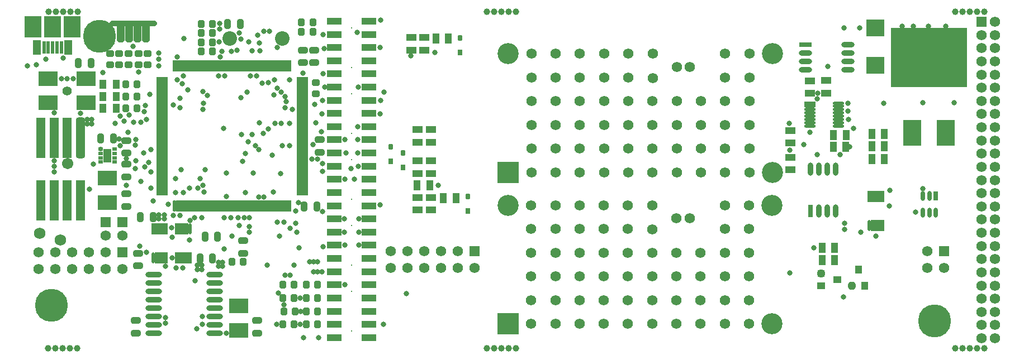
<source format=gts>
G04*
G04 #@! TF.GenerationSoftware,Altium Limited,Altium Designer,20.0.2 (26)*
G04*
G04 Layer_Color=8388736*
%FSLAX44Y44*%
%MOMM*%
G71*
G01*
G75*
%ADD60C,0.8636*%
%ADD61R,1.3000X2.2000*%
%ADD62R,1.3032X2.1032*%
%ADD63R,0.7032X0.6032*%
G04:AMPARAMS|DCode=64|XSize=0.6032mm|YSize=0.7032mm|CornerRadius=0.2016mm|HoleSize=0mm|Usage=FLASHONLY|Rotation=90.000|XOffset=0mm|YOffset=0mm|HoleType=Round|Shape=RoundedRectangle|*
%AMROUNDEDRECTD64*
21,1,0.6032,0.3000,0,0,90.0*
21,1,0.2000,0.7032,0,0,90.0*
1,1,0.4032,0.1500,0.1000*
1,1,0.4032,0.1500,-0.1000*
1,1,0.4032,-0.1500,-0.1000*
1,1,0.4032,-0.1500,0.1000*
%
%ADD64ROUNDEDRECTD64*%
%ADD65O,1.7032X0.5032*%
%ADD66R,1.7032X0.5032*%
G04:AMPARAMS|DCode=67|XSize=1.0032mm|YSize=1.5032mm|CornerRadius=0.3016mm|HoleSize=0mm|Usage=FLASHONLY|Rotation=0.000|XOffset=0mm|YOffset=0mm|HoleType=Round|Shape=RoundedRectangle|*
%AMROUNDEDRECTD67*
21,1,1.0032,0.9000,0,0,0.0*
21,1,0.4000,1.5032,0,0,0.0*
1,1,0.6032,0.2000,-0.4500*
1,1,0.6032,-0.2000,-0.4500*
1,1,0.6032,-0.2000,0.4500*
1,1,0.6032,0.2000,0.4500*
%
%ADD67ROUNDEDRECTD67*%
G04:AMPARAMS|DCode=68|XSize=1.0032mm|YSize=1.5032mm|CornerRadius=0.3016mm|HoleSize=0mm|Usage=FLASHONLY|Rotation=90.000|XOffset=0mm|YOffset=0mm|HoleType=Round|Shape=RoundedRectangle|*
%AMROUNDEDRECTD68*
21,1,1.0032,0.9000,0,0,90.0*
21,1,0.4000,1.5032,0,0,90.0*
1,1,0.6032,0.4500,0.2000*
1,1,0.6032,0.4500,-0.2000*
1,1,0.6032,-0.4500,-0.2000*
1,1,0.6032,-0.4500,0.2000*
%
%ADD68ROUNDEDRECTD68*%
G04:AMPARAMS|DCode=69|XSize=1.0032mm|YSize=1.2032mm|CornerRadius=0.3016mm|HoleSize=0mm|Usage=FLASHONLY|Rotation=90.000|XOffset=0mm|YOffset=0mm|HoleType=Round|Shape=RoundedRectangle|*
%AMROUNDEDRECTD69*
21,1,1.0032,0.6000,0,0,90.0*
21,1,0.4000,1.2032,0,0,90.0*
1,1,0.6032,0.3000,0.2000*
1,1,0.6032,0.3000,-0.2000*
1,1,0.6032,-0.3000,-0.2000*
1,1,0.6032,-0.3000,0.2000*
%
%ADD69ROUNDEDRECTD69*%
G04:AMPARAMS|DCode=70|XSize=1.0032mm|YSize=1.2032mm|CornerRadius=0.3016mm|HoleSize=0mm|Usage=FLASHONLY|Rotation=0.000|XOffset=0mm|YOffset=0mm|HoleType=Round|Shape=RoundedRectangle|*
%AMROUNDEDRECTD70*
21,1,1.0032,0.6000,0,0,0.0*
21,1,0.4000,1.2032,0,0,0.0*
1,1,0.6032,0.2000,-0.3000*
1,1,0.6032,-0.2000,-0.3000*
1,1,0.6032,-0.2000,0.3000*
1,1,0.6032,0.2000,0.3000*
%
%ADD70ROUNDEDRECTD70*%
%ADD71R,1.0922X1.4732*%
G04:AMPARAMS|DCode=72|XSize=2.7432mm|YSize=1.1176mm|CornerRadius=0mm|HoleSize=0mm|Usage=FLASHONLY|Rotation=90.000|XOffset=0mm|YOffset=0mm|HoleType=Round|Shape=Octagon|*
%AMOCTAGOND72*
4,1,8,0.2794,1.3716,-0.2794,1.3716,-0.5588,1.0922,-0.5588,-1.0922,-0.2794,-1.3716,0.2794,-1.3716,0.5588,-1.0922,0.5588,1.0922,0.2794,1.3716,0.0*
%
%ADD72OCTAGOND72*%

%ADD73R,2.6032X3.2032*%
%ADD74R,0.6032X1.9532*%
%ADD75R,3.0032X2.2032*%
%ADD76R,1.4032X6.2032*%
G04:AMPARAMS|DCode=77|XSize=6.2032mm|YSize=1.4032mm|CornerRadius=0.4016mm|HoleSize=0mm|Usage=FLASHONLY|Rotation=270.000|XOffset=0mm|YOffset=0mm|HoleType=Round|Shape=RoundedRectangle|*
%AMROUNDEDRECTD77*
21,1,6.2032,0.6000,0,0,270.0*
21,1,5.4000,1.4032,0,0,270.0*
1,1,0.8032,-0.3000,-2.7000*
1,1,0.8032,-0.3000,2.7000*
1,1,0.8032,0.3000,2.7000*
1,1,0.8032,0.3000,-2.7000*
%
%ADD77ROUNDEDRECTD77*%
%ADD78R,0.5032X1.6532*%
G04:AMPARAMS|DCode=79|XSize=0.5032mm|YSize=1.6532mm|CornerRadius=0.1766mm|HoleSize=0mm|Usage=FLASHONLY|Rotation=0.000|XOffset=0mm|YOffset=0mm|HoleType=Round|Shape=RoundedRectangle|*
%AMROUNDEDRECTD79*
21,1,0.5032,1.3000,0,0,0.0*
21,1,0.1500,1.6532,0,0,0.0*
1,1,0.3532,0.0750,-0.6500*
1,1,0.3532,-0.0750,-0.6500*
1,1,0.3532,-0.0750,0.6500*
1,1,0.3532,0.0750,0.6500*
%
%ADD79ROUNDEDRECTD79*%
%ADD80R,1.5032X1.0032*%
%ADD81R,1.0032X1.5032*%
%ADD82R,0.7032X0.9032*%
G04:AMPARAMS|DCode=83|XSize=0.9032mm|YSize=0.7032mm|CornerRadius=0.2266mm|HoleSize=0mm|Usage=FLASHONLY|Rotation=270.000|XOffset=0mm|YOffset=0mm|HoleType=Round|Shape=RoundedRectangle|*
%AMROUNDEDRECTD83*
21,1,0.9032,0.2500,0,0,270.0*
21,1,0.4500,0.7032,0,0,270.0*
1,1,0.4532,-0.1250,-0.2250*
1,1,0.4532,-0.1250,0.2250*
1,1,0.4532,0.1250,0.2250*
1,1,0.4532,0.1250,-0.2250*
%
%ADD83ROUNDEDRECTD83*%
%ADD84O,0.7112X1.4732*%
%ADD85R,0.7112X1.4732*%
%ADD86R,2.7032X2.5032*%
%ADD87R,1.9812X0.8032*%
%ADD88O,1.9812X0.8382*%
%ADD89R,11.6332X9.0932*%
%ADD90R,2.7432X4.0132*%
%ADD91O,0.8382X1.9812*%
%ADD92R,0.8032X1.9812*%
%ADD93R,1.1032X1.1532*%
%ADD94R,1.1032X1.1532*%
G04:AMPARAMS|DCode=95|XSize=1.1032mm|YSize=1.1532mm|CornerRadius=0.3266mm|HoleSize=0mm|Usage=FLASHONLY|Rotation=0.000|XOffset=0mm|YOffset=0mm|HoleType=Round|Shape=RoundedRectangle|*
%AMROUNDEDRECTD95*
21,1,1.1032,0.5000,0,0,0.0*
21,1,0.4500,1.1532,0,0,0.0*
1,1,0.6532,0.2250,-0.2500*
1,1,0.6532,-0.2250,-0.2500*
1,1,0.6532,-0.2250,0.2500*
1,1,0.6532,0.2250,0.2500*
%
%ADD95ROUNDEDRECTD95*%
%ADD96R,1.1532X1.1032*%
%ADD97R,1.1532X1.1032*%
G04:AMPARAMS|DCode=98|XSize=1.1032mm|YSize=1.1532mm|CornerRadius=0.3266mm|HoleSize=0mm|Usage=FLASHONLY|Rotation=270.000|XOffset=0mm|YOffset=0mm|HoleType=Round|Shape=RoundedRectangle|*
%AMROUNDEDRECTD98*
21,1,1.1032,0.5000,0,0,270.0*
21,1,0.4500,1.1532,0,0,270.0*
1,1,0.6532,-0.2500,-0.2250*
1,1,0.6532,-0.2500,0.2250*
1,1,0.6532,0.2500,0.2250*
1,1,0.6532,0.2500,-0.2250*
%
%ADD98ROUNDEDRECTD98*%
%ADD99O,2.5032X0.8032*%
%ADD100R,1.8032X0.5532*%
%ADD101R,0.5532X1.8032*%
%ADD102O,0.5532X1.8032*%
%ADD103R,2.3032X1.0932*%
%ADD104C,5.0000*%
%ADD105C,1.5752*%
%ADD106C,3.2032*%
%ADD107R,3.2032X3.2032*%
%ADD108C,1.5748*%
%ADD109R,1.5748X1.5748*%
%ADD110R,1.5748X1.5748*%
%ADD111C,2.2032*%
%ADD112C,0.2032*%
%ADD113C,1.7272*%
%ADD114C,1.3032*%
%ADD115C,0.8032*%
%ADD116C,1.7032*%
%ADD117C,1.4032*%
%ADD118C,1.0032*%
D60*
X1997380Y695940D02*
X2060880D01*
D61*
X1930020Y659640D02*
D03*
X1883020Y659640D02*
D03*
D62*
X1989520Y495640D02*
D03*
D63*
X2000020Y485890D02*
D03*
Y492390D02*
D03*
Y498890D02*
D03*
Y505390D02*
D03*
X1979020Y485890D02*
D03*
Y492390D02*
D03*
Y498890D02*
D03*
D64*
Y505390D02*
D03*
D65*
X3097071Y540430D02*
D03*
Y545430D02*
D03*
Y550430D02*
D03*
Y555430D02*
D03*
Y560430D02*
D03*
Y565430D02*
D03*
Y570430D02*
D03*
Y575430D02*
D03*
X3053320Y540430D02*
D03*
Y545430D02*
D03*
Y550430D02*
D03*
Y555430D02*
D03*
Y560430D02*
D03*
Y565430D02*
D03*
Y570430D02*
D03*
D66*
Y575430D02*
D03*
D67*
X2287520Y418640D02*
D03*
X2306520D02*
D03*
X2171520Y695640D02*
D03*
X2190520D02*
D03*
X1964520Y635640D02*
D03*
X1945520D02*
D03*
X1979520Y521640D02*
D03*
X1998520D02*
D03*
X2058520Y402640D02*
D03*
X2039520D02*
D03*
X2129520Y339640D02*
D03*
X2148520D02*
D03*
X2137520Y372640D02*
D03*
X2156520D02*
D03*
D68*
X2311520Y500640D02*
D03*
Y519640D02*
D03*
X2302520Y636640D02*
D03*
Y655640D02*
D03*
X2285520D02*
D03*
Y636640D02*
D03*
X2018520Y499640D02*
D03*
Y518640D02*
D03*
Y418640D02*
D03*
Y437640D02*
D03*
X2035520Y347640D02*
D03*
Y328640D02*
D03*
X2032520Y245640D02*
D03*
Y226640D02*
D03*
X2216520Y245640D02*
D03*
Y226640D02*
D03*
X2195520Y347640D02*
D03*
Y366640D02*
D03*
X2018520Y463640D02*
D03*
Y482640D02*
D03*
D69*
X2305520Y589640D02*
D03*
Y606640D02*
D03*
X2036520Y633640D02*
D03*
Y650640D02*
D03*
X2021520Y650640D02*
D03*
Y633640D02*
D03*
X2007520Y633640D02*
D03*
Y650640D02*
D03*
X1993520Y650640D02*
D03*
Y633640D02*
D03*
X2050520Y633640D02*
D03*
Y650640D02*
D03*
D70*
X2300520Y683640D02*
D03*
X2283520D02*
D03*
Y697640D02*
D03*
X2300520D02*
D03*
X2148520Y653640D02*
D03*
X2131520D02*
D03*
Y667640D02*
D03*
X2148520D02*
D03*
Y681640D02*
D03*
X2131520D02*
D03*
Y695640D02*
D03*
X2148520D02*
D03*
X2034520Y603640D02*
D03*
X2017520D02*
D03*
Y567640D02*
D03*
X2034520D02*
D03*
X2017520Y585640D02*
D03*
X2034520D02*
D03*
X2178520Y334640D02*
D03*
X2195520D02*
D03*
X2307482Y239640D02*
D03*
X2290482D02*
D03*
X2255520D02*
D03*
X2272520D02*
D03*
X2307482Y259640D02*
D03*
X2290482D02*
D03*
X2256520D02*
D03*
X2273520D02*
D03*
X2307482Y279640D02*
D03*
X2290482D02*
D03*
X2255520D02*
D03*
X2272520D02*
D03*
X2307482Y299640D02*
D03*
X2290482D02*
D03*
X2255520D02*
D03*
X2272520D02*
D03*
D71*
X2002520Y567640D02*
D03*
X1982200D02*
D03*
X2002840Y585640D02*
D03*
X1982520D02*
D03*
X2002840Y603640D02*
D03*
X1982520D02*
D03*
D72*
X2010080Y680700D02*
D03*
X2022780D02*
D03*
X2035480D02*
D03*
X2048180D02*
D03*
D73*
X1936270Y690890D02*
D03*
X1876770D02*
D03*
X1906520D02*
D03*
D74*
X1900020Y659640D02*
D03*
X1906520D02*
D03*
X1913020D02*
D03*
X1919520D02*
D03*
X1893520D02*
D03*
D75*
X1957520Y575640D02*
D03*
Y612470D02*
D03*
X1899520D02*
D03*
Y575640D02*
D03*
X1989520Y424640D02*
D03*
Y461470D02*
D03*
X2188520Y230640D02*
D03*
Y267470D02*
D03*
D76*
X1888520Y522640D02*
D03*
X1908520D02*
D03*
X1888520Y427640D02*
D03*
X1928520Y522640D02*
D03*
X1908520Y427640D02*
D03*
X1948520D02*
D03*
X1928520D02*
D03*
D77*
X1948520Y522640D02*
D03*
D78*
X2094520Y340640D02*
D03*
X2099520D02*
D03*
X2104520D02*
D03*
X2109520D02*
D03*
X2114520D02*
D03*
X2094520Y384640D02*
D03*
X2099520D02*
D03*
X2104520D02*
D03*
X2109520D02*
D03*
X2078520D02*
D03*
X2073520D02*
D03*
X2068520D02*
D03*
X2063520D02*
D03*
X2058520D02*
D03*
X2078520Y340640D02*
D03*
X2073520D02*
D03*
X2068520D02*
D03*
X2063520D02*
D03*
X3163520Y433640D02*
D03*
X3158520D02*
D03*
X3153520D02*
D03*
X3148520D02*
D03*
X3143520D02*
D03*
X3163520Y389640D02*
D03*
X3158520D02*
D03*
X3153520D02*
D03*
X3148520D02*
D03*
D79*
X2114520Y384640D02*
D03*
X2058520Y340640D02*
D03*
X3143520Y389640D02*
D03*
D80*
X2458960Y413110D02*
D03*
Y432110D02*
D03*
X2479640D02*
D03*
Y413110D02*
D03*
X2458960Y487750D02*
D03*
Y468750D02*
D03*
X2479640Y487750D02*
D03*
Y468750D02*
D03*
X2479280Y535030D02*
D03*
Y516030D02*
D03*
X2469120Y674680D02*
D03*
Y655680D02*
D03*
X2450070Y655730D02*
D03*
Y674730D02*
D03*
X3077770Y590390D02*
D03*
Y609390D02*
D03*
X3053270Y609340D02*
D03*
Y590340D02*
D03*
X3023840Y474120D02*
D03*
Y493120D02*
D03*
Y514710D02*
D03*
Y533710D02*
D03*
X2458960Y516030D02*
D03*
Y535030D02*
D03*
D81*
X2458520Y450640D02*
D03*
X2477520D02*
D03*
X3089270Y526890D02*
D03*
X3108270D02*
D03*
X3108220Y509140D02*
D03*
X3089220D02*
D03*
X3166520Y528640D02*
D03*
X3147520D02*
D03*
Y509640D02*
D03*
X3166520D02*
D03*
X3166520Y490640D02*
D03*
X3147520D02*
D03*
X2505900Y673460D02*
D03*
X2486900D02*
D03*
X2517330Y430890D02*
D03*
X2498330D02*
D03*
X3091270Y355390D02*
D03*
X3072270D02*
D03*
X3091270Y336910D02*
D03*
X3072270D02*
D03*
D82*
X2437370Y477470D02*
D03*
X2418520Y486640D02*
D03*
X2523270Y651960D02*
D03*
X2535160Y411430D02*
D03*
D83*
X2437370Y499470D02*
D03*
X2418520Y508640D02*
D03*
X2523270Y673960D02*
D03*
X2535160Y433430D02*
D03*
D84*
X3234520Y434640D02*
D03*
X3224995D02*
D03*
Y409240D02*
D03*
X3244045D02*
D03*
X3234520D02*
D03*
D85*
X3244045Y434640D02*
D03*
D86*
X3152520Y689640D02*
D03*
Y632640D02*
D03*
D87*
X3047020Y664340D02*
D03*
D88*
X3111020Y626240D02*
D03*
Y638940D02*
D03*
Y651640D02*
D03*
Y664340D02*
D03*
X3047020Y626240D02*
D03*
Y638940D02*
D03*
Y651640D02*
D03*
D89*
X3233960Y644250D02*
D03*
D90*
X3259360Y529950D02*
D03*
X3208560D02*
D03*
D91*
X3066850Y411340D02*
D03*
X3079550D02*
D03*
X3092250D02*
D03*
X3054150Y475340D02*
D03*
X3066850D02*
D03*
X3079550D02*
D03*
X3092250D02*
D03*
D92*
X3054150Y411340D02*
D03*
D93*
X3126980Y322940D02*
D03*
D94*
X3136480Y297940D02*
D03*
D95*
X3117480Y297940D02*
D03*
D96*
X3095230Y307700D02*
D03*
D97*
X3070230Y298200D02*
D03*
D98*
X3070230Y317200D02*
D03*
D99*
X2151520Y226540D02*
D03*
Y239240D02*
D03*
Y251940D02*
D03*
Y264640D02*
D03*
Y277340D02*
D03*
Y290040D02*
D03*
Y302740D02*
D03*
Y315440D02*
D03*
X2060020Y226540D02*
D03*
Y239240D02*
D03*
Y251940D02*
D03*
Y264640D02*
D03*
Y277340D02*
D03*
Y290040D02*
D03*
Y302740D02*
D03*
Y315440D02*
D03*
D100*
X2072020Y437640D02*
D03*
Y442640D02*
D03*
Y447640D02*
D03*
Y452640D02*
D03*
Y457640D02*
D03*
Y462640D02*
D03*
Y467640D02*
D03*
Y472640D02*
D03*
Y477640D02*
D03*
Y482640D02*
D03*
Y487640D02*
D03*
Y492640D02*
D03*
Y497640D02*
D03*
Y502640D02*
D03*
Y507640D02*
D03*
Y512640D02*
D03*
Y517640D02*
D03*
Y522640D02*
D03*
Y527640D02*
D03*
Y532640D02*
D03*
Y537640D02*
D03*
Y542640D02*
D03*
Y547640D02*
D03*
Y552640D02*
D03*
Y557640D02*
D03*
Y562640D02*
D03*
Y567640D02*
D03*
Y572640D02*
D03*
Y577640D02*
D03*
Y582640D02*
D03*
Y587640D02*
D03*
Y592640D02*
D03*
Y597640D02*
D03*
Y602640D02*
D03*
Y607640D02*
D03*
Y612640D02*
D03*
X2284520D02*
D03*
Y607640D02*
D03*
Y602640D02*
D03*
Y597640D02*
D03*
Y592640D02*
D03*
Y587640D02*
D03*
Y582640D02*
D03*
Y577640D02*
D03*
Y572640D02*
D03*
Y567640D02*
D03*
Y562640D02*
D03*
Y557640D02*
D03*
Y552640D02*
D03*
Y547640D02*
D03*
Y542640D02*
D03*
Y537640D02*
D03*
Y532640D02*
D03*
Y527640D02*
D03*
Y522640D02*
D03*
Y517640D02*
D03*
Y512640D02*
D03*
Y507640D02*
D03*
Y502640D02*
D03*
Y497640D02*
D03*
Y492640D02*
D03*
Y487640D02*
D03*
Y482640D02*
D03*
Y477640D02*
D03*
Y472640D02*
D03*
Y467640D02*
D03*
Y462640D02*
D03*
Y457640D02*
D03*
Y452640D02*
D03*
Y447640D02*
D03*
Y442640D02*
D03*
Y437640D02*
D03*
D101*
X2090770Y631390D02*
D03*
X2095770D02*
D03*
X2100770D02*
D03*
X2105770D02*
D03*
X2120770D02*
D03*
X2125770D02*
D03*
X2130770D02*
D03*
X2135770D02*
D03*
X2140770D02*
D03*
X2145770D02*
D03*
X2150770D02*
D03*
X2155770D02*
D03*
X2160770D02*
D03*
X2165770D02*
D03*
X2170770D02*
D03*
X2175770D02*
D03*
X2180770D02*
D03*
X2185770D02*
D03*
X2190770D02*
D03*
X2195770D02*
D03*
X2200770D02*
D03*
X2205770D02*
D03*
X2210770D02*
D03*
X2215770D02*
D03*
X2220770D02*
D03*
X2225770D02*
D03*
X2230770D02*
D03*
X2235770D02*
D03*
X2240770D02*
D03*
X2245770D02*
D03*
X2250770D02*
D03*
X2255770D02*
D03*
X2260770D02*
D03*
X2265770D02*
D03*
Y418890D02*
D03*
X2260770D02*
D03*
X2255770D02*
D03*
X2250770D02*
D03*
X2245770D02*
D03*
X2240770D02*
D03*
X2235770D02*
D03*
X2230770D02*
D03*
X2225770D02*
D03*
X2220770D02*
D03*
X2215770D02*
D03*
X2210770D02*
D03*
X2205770D02*
D03*
X2200770D02*
D03*
X2195770D02*
D03*
X2190770D02*
D03*
X2185770D02*
D03*
X2180770D02*
D03*
X2175770D02*
D03*
X2170770D02*
D03*
X2165770D02*
D03*
X2160770D02*
D03*
X2155770D02*
D03*
X2150770D02*
D03*
X2145770D02*
D03*
X2140770D02*
D03*
X2135770D02*
D03*
X2130770D02*
D03*
X2125770D02*
D03*
X2120770D02*
D03*
X2115770D02*
D03*
X2110770D02*
D03*
X2105770D02*
D03*
X2100770D02*
D03*
X2095770D02*
D03*
X2115770Y631390D02*
D03*
X2110770D02*
D03*
D102*
X2090770Y418890D02*
D03*
D103*
X2386020Y239640D02*
D03*
Y219640D02*
D03*
Y259640D02*
D03*
Y279640D02*
D03*
Y359640D02*
D03*
Y339640D02*
D03*
Y299640D02*
D03*
Y319640D02*
D03*
Y399640D02*
D03*
Y379640D02*
D03*
X2333020D02*
D03*
Y399640D02*
D03*
Y339640D02*
D03*
Y299640D02*
D03*
Y319640D02*
D03*
Y359640D02*
D03*
Y279640D02*
D03*
Y239640D02*
D03*
Y219640D02*
D03*
Y259640D02*
D03*
X2386020Y539640D02*
D03*
Y519640D02*
D03*
Y559640D02*
D03*
Y579640D02*
D03*
Y659640D02*
D03*
Y639640D02*
D03*
Y599640D02*
D03*
Y619640D02*
D03*
Y699640D02*
D03*
Y679640D02*
D03*
X2333020D02*
D03*
Y699640D02*
D03*
Y639640D02*
D03*
Y599640D02*
D03*
Y619640D02*
D03*
Y659640D02*
D03*
Y579640D02*
D03*
Y539640D02*
D03*
Y519640D02*
D03*
Y559640D02*
D03*
X2386014Y459640D02*
D03*
Y439640D02*
D03*
Y419640D02*
D03*
Y499640D02*
D03*
Y479640D02*
D03*
X2333014D02*
D03*
Y499640D02*
D03*
Y439640D02*
D03*
Y419640D02*
D03*
Y459640D02*
D03*
D104*
X1977520Y676640D02*
D03*
X1904520Y268640D02*
D03*
X3242520Y244640D02*
D03*
D105*
X2815463Y650260D02*
D03*
Y613260D02*
D03*
X2871797Y630260D02*
D03*
X2961797Y614260D02*
D03*
Y578260D02*
D03*
Y542260D02*
D03*
Y506260D02*
D03*
X2925130Y614260D02*
D03*
Y578260D02*
D03*
Y542260D02*
D03*
Y506260D02*
D03*
X2888463Y578260D02*
D03*
Y542260D02*
D03*
Y506260D02*
D03*
X2851797Y578260D02*
D03*
Y542260D02*
D03*
Y506260D02*
D03*
X2815130Y578260D02*
D03*
Y542260D02*
D03*
Y506260D02*
D03*
X2778463Y614260D02*
D03*
Y578260D02*
D03*
Y542260D02*
D03*
Y506260D02*
D03*
X2741797Y614260D02*
D03*
Y578260D02*
D03*
Y542260D02*
D03*
Y506260D02*
D03*
X2705130Y614260D02*
D03*
Y578260D02*
D03*
Y542260D02*
D03*
Y506260D02*
D03*
X2668463Y614260D02*
D03*
Y578260D02*
D03*
Y542260D02*
D03*
Y506260D02*
D03*
X2631797D02*
D03*
Y542260D02*
D03*
Y578260D02*
D03*
Y614260D02*
D03*
Y470260D02*
D03*
X2705130D02*
D03*
X2741797D02*
D03*
X2778463D02*
D03*
X2815130D02*
D03*
X2851797D02*
D03*
X2888463D02*
D03*
X2925130D02*
D03*
X2961797D02*
D03*
X2668463D02*
D03*
Y650260D02*
D03*
X2961797D02*
D03*
X2925130D02*
D03*
X2778463D02*
D03*
X2741797D02*
D03*
X2705130D02*
D03*
X2631797D02*
D03*
X2851797Y630260D02*
D03*
X2851306Y400340D02*
D03*
X2631307Y420340D02*
D03*
X2704640D02*
D03*
X2741306D02*
D03*
X2777973D02*
D03*
X2924640D02*
D03*
X2961306D02*
D03*
X2667973D02*
D03*
Y240340D02*
D03*
X2961306D02*
D03*
X2924640D02*
D03*
X2887973D02*
D03*
X2851306D02*
D03*
X2814640D02*
D03*
X2777973D02*
D03*
X2741306D02*
D03*
X2704640D02*
D03*
X2631307D02*
D03*
Y384340D02*
D03*
Y348340D02*
D03*
Y312340D02*
D03*
Y276340D02*
D03*
X2667973D02*
D03*
Y312340D02*
D03*
Y348340D02*
D03*
Y384340D02*
D03*
X2704640Y276340D02*
D03*
Y312340D02*
D03*
Y348340D02*
D03*
Y384340D02*
D03*
X2741306Y276340D02*
D03*
Y312340D02*
D03*
Y348340D02*
D03*
Y384340D02*
D03*
X2777973Y276340D02*
D03*
Y312340D02*
D03*
Y348340D02*
D03*
Y384340D02*
D03*
X2814640Y276340D02*
D03*
Y312340D02*
D03*
Y348340D02*
D03*
X2851306Y276340D02*
D03*
Y312340D02*
D03*
Y348340D02*
D03*
X2887973Y276340D02*
D03*
Y312340D02*
D03*
Y348340D02*
D03*
X2924640Y276340D02*
D03*
Y312340D02*
D03*
Y348340D02*
D03*
Y384340D02*
D03*
X2961306Y276340D02*
D03*
Y312340D02*
D03*
Y348340D02*
D03*
Y384340D02*
D03*
X2871306Y400340D02*
D03*
X2814973Y383340D02*
D03*
Y420340D02*
D03*
D106*
X2596797Y650260D02*
D03*
X2996797Y470260D02*
D03*
Y650260D02*
D03*
X2996307Y420340D02*
D03*
Y240340D02*
D03*
X2596307Y420340D02*
D03*
D107*
X2596797Y470260D02*
D03*
X2596307Y240340D02*
D03*
D108*
X3313520Y638640D02*
D03*
Y658640D02*
D03*
X3333520Y618640D02*
D03*
X3313520D02*
D03*
X3333520Y638640D02*
D03*
Y658640D02*
D03*
Y678640D02*
D03*
X3313520D02*
D03*
X3333520Y698640D02*
D03*
Y598640D02*
D03*
X3313520Y578640D02*
D03*
X3333520D02*
D03*
X3313520Y598640D02*
D03*
X3333520Y558640D02*
D03*
X3313520Y538640D02*
D03*
X3333520D02*
D03*
X3313520Y558640D02*
D03*
X3333520Y518640D02*
D03*
X3313520D02*
D03*
Y318640D02*
D03*
X3333520Y318640D02*
D03*
X3313520Y358640D02*
D03*
X3333520Y338640D02*
D03*
X3313520Y338640D02*
D03*
X3333520Y358640D02*
D03*
X3313520Y398640D02*
D03*
X3333520Y378640D02*
D03*
X3313520Y378640D02*
D03*
X3333520Y398640D02*
D03*
Y498640D02*
D03*
X3313520Y478640D02*
D03*
X3333520D02*
D03*
Y458640D02*
D03*
Y438640D02*
D03*
X3313520Y418640D02*
D03*
X3333520Y418640D02*
D03*
X3313520Y458640D02*
D03*
Y438640D02*
D03*
X3333520Y298640D02*
D03*
X3313520Y278640D02*
D03*
X3333520Y278640D02*
D03*
Y258640D02*
D03*
Y238640D02*
D03*
X3313520Y218640D02*
D03*
X3333520Y218640D02*
D03*
X3313520Y258640D02*
D03*
Y238640D02*
D03*
Y498640D02*
D03*
Y298640D02*
D03*
X3231120Y325040D02*
D03*
Y350440D02*
D03*
X3256520Y325040D02*
D03*
X2012520Y374640D02*
D03*
X1986520D02*
D03*
X1885620Y349290D02*
D03*
Y323890D02*
D03*
X2012620D02*
D03*
X1987220Y349290D02*
D03*
Y323890D02*
D03*
X1961820Y349290D02*
D03*
Y323890D02*
D03*
X1936420Y349290D02*
D03*
Y323890D02*
D03*
X1911020Y349290D02*
D03*
Y323890D02*
D03*
X2418320Y350440D02*
D03*
Y325040D02*
D03*
X2545320D02*
D03*
X2519920Y350440D02*
D03*
Y325040D02*
D03*
X2494520Y350440D02*
D03*
Y325040D02*
D03*
X2469120Y350440D02*
D03*
Y325040D02*
D03*
X2443720Y350440D02*
D03*
Y325040D02*
D03*
D109*
X3313520Y698640D02*
D03*
D110*
X3256520Y350440D02*
D03*
X2012520Y394640D02*
D03*
X1986520D02*
D03*
X2012620Y349290D02*
D03*
X2545320Y350440D02*
D03*
D111*
X2254320Y673640D02*
D03*
X2174520D02*
D03*
D112*
X2359520Y229640D02*
D03*
Y389640D02*
D03*
Y329640D02*
D03*
Y289640D02*
D03*
Y529640D02*
D03*
Y689640D02*
D03*
Y629640D02*
D03*
Y589640D02*
D03*
X2359514Y489640D02*
D03*
Y429640D02*
D03*
D113*
X1886520Y377640D02*
D03*
X1918520Y367640D02*
D03*
D114*
X1989520Y495640D02*
D03*
D115*
X3065020Y581640D02*
D03*
X3044520Y512640D02*
D03*
X3099270Y497140D02*
D03*
X3064270Y497390D02*
D03*
X3272270Y575640D02*
D03*
X3224770D02*
D03*
X3165270Y575140D02*
D03*
X3174520Y442640D02*
D03*
X3119319Y536734D02*
D03*
X3106520Y383640D02*
D03*
X3153520Y373720D02*
D03*
X3130520Y379640D02*
D03*
X3259520Y691640D02*
D03*
X3233520D02*
D03*
X3210520D02*
D03*
X3193520D02*
D03*
X3129020Y689640D02*
D03*
X3105520D02*
D03*
X2442496Y286664D02*
D03*
X3023520Y317640D02*
D03*
X3080520Y630640D02*
D03*
X2349520Y299640D02*
D03*
X3053520Y530640D02*
D03*
X3111520Y563640D02*
D03*
X3173520Y419640D02*
D03*
X2408520Y591640D02*
D03*
X2303519Y573639D02*
D03*
X3106518Y392640D02*
D03*
X3104520Y281640D02*
D03*
X3059520Y355640D02*
D03*
X3213520Y409640D02*
D03*
X3224520Y445640D02*
D03*
X3208520Y514640D02*
D03*
X2449520Y646640D02*
D03*
X2407520Y239640D02*
D03*
X2490520Y450640D02*
D03*
X2485200Y651960D02*
D03*
X3208560Y529950D02*
D03*
X3022520Y544640D02*
D03*
X3113520Y508640D02*
D03*
X3065395Y590640D02*
D03*
X3111770Y550390D02*
D03*
X3111520Y575390D02*
D03*
X3022840Y503915D02*
D03*
X2349520Y459640D02*
D03*
X2358519Y475639D02*
D03*
X3234520Y646640D02*
D03*
X2077520Y249640D02*
D03*
Y241640D02*
D03*
X1982520Y621640D02*
D03*
X2266520Y314640D02*
D03*
X2258520D02*
D03*
X2281520Y279640D02*
D03*
X2169520Y469640D02*
D03*
X2210520D02*
D03*
X2092520Y460640D02*
D03*
X2101520Y474640D02*
D03*
X2204520Y401640D02*
D03*
X2198520Y439640D02*
D03*
X2251520Y468640D02*
D03*
X2008520Y510640D02*
D03*
X2055520Y446640D02*
D03*
X2133520Y239640D02*
D03*
Y251640D02*
D03*
X2086520Y386390D02*
D03*
X2007520Y520640D02*
D03*
X2067520Y631640D02*
D03*
X2099520Y582640D02*
D03*
Y568640D02*
D03*
X2036520Y622640D02*
D03*
X2053520Y588827D02*
D03*
X2044520Y499640D02*
D03*
X2265520Y544640D02*
D03*
Y510640D02*
D03*
X2058520Y426640D02*
D03*
X2067520Y405640D02*
D03*
X2075520D02*
D03*
X2067520Y399640D02*
D03*
X2055520Y470640D02*
D03*
X2018520Y450640D02*
D03*
X1948520Y559640D02*
D03*
X2067520Y641640D02*
D03*
X2095520Y645640D02*
D03*
X2105520Y673640D02*
D03*
X2067520Y651640D02*
D03*
X2192520Y527640D02*
D03*
X2240520Y440640D02*
D03*
X2254520Y510640D02*
D03*
X2315520Y410640D02*
D03*
X2402520Y659640D02*
D03*
X2403520Y579640D02*
D03*
X2369520Y479640D02*
D03*
X2111520Y595640D02*
D03*
X2129520Y460640D02*
D03*
X2137520Y474640D02*
D03*
X2102520Y604402D02*
D03*
X2165520Y536640D02*
D03*
X2245520Y239640D02*
D03*
X2281520D02*
D03*
X2095520Y610640D02*
D03*
X2104520Y616880D02*
D03*
X2134520Y565640D02*
D03*
X2134078Y592880D02*
D03*
X2318520Y599640D02*
D03*
X2316520Y619640D02*
D03*
X2134520Y450640D02*
D03*
X2135520Y440640D02*
D03*
X2045676Y478796D02*
D03*
X2159520Y687640D02*
D03*
X2159433Y695785D02*
D03*
X2185520Y655640D02*
D03*
X2167520Y616880D02*
D03*
X2246519Y659639D02*
D03*
X2285520Y620936D02*
D03*
X2219520Y666640D02*
D03*
X2220520Y654640D02*
D03*
X2208519Y654639D02*
D03*
X2089277Y572397D02*
D03*
X2206520Y616880D02*
D03*
X2305520Y545640D02*
D03*
X2315520Y483640D02*
D03*
X2315519Y471640D02*
D03*
X2233440Y535720D02*
D03*
X2225520Y528971D02*
D03*
X2239520Y496640D02*
D03*
X2055520Y504639D02*
D03*
X2001520Y544640D02*
D03*
X2282520Y259640D02*
D03*
X2187370Y401640D02*
D03*
X2196520D02*
D03*
X2166520D02*
D03*
X2278519Y424640D02*
D03*
X2367519Y682639D02*
D03*
X2274520Y392640D02*
D03*
X2256520Y394541D02*
D03*
X2246520D02*
D03*
X2266520Y385640D02*
D03*
X2276340Y379640D02*
D03*
X2104520Y439764D02*
D03*
X2092520D02*
D03*
X2218520Y433241D02*
D03*
X2316520Y679640D02*
D03*
X2040520Y456640D02*
D03*
X2157520Y616880D02*
D03*
X2040520Y546640D02*
D03*
X2189520Y681640D02*
D03*
X2158520Y668640D02*
D03*
X2177520Y653640D02*
D03*
X2226520Y684640D02*
D03*
X2234520D02*
D03*
X2243520Y544640D02*
D03*
X2299251Y490223D02*
D03*
X2272520Y329640D02*
D03*
X2231520D02*
D03*
X2014520Y547640D02*
D03*
X2029175Y545985D02*
D03*
X2046520Y571640D02*
D03*
X2048520Y550573D02*
D03*
X2045520Y562640D02*
D03*
X2022520Y557673D02*
D03*
X2008520Y555640D02*
D03*
X2140756Y587082D02*
D03*
X2038520Y358640D02*
D03*
X2132520Y401640D02*
D03*
X2121520D02*
D03*
X2160520Y645640D02*
D03*
X2162520Y653640D02*
D03*
X2217520Y678640D02*
D03*
X2191520Y672640D02*
D03*
X2203520Y668640D02*
D03*
X2233520Y606640D02*
D03*
X2223520Y605640D02*
D03*
X2020520Y530640D02*
D03*
X2135320Y574739D02*
D03*
X2226520Y432640D02*
D03*
X2169520Y434054D02*
D03*
X2089520Y404640D02*
D03*
X2099520D02*
D03*
X2114863Y396983D02*
D03*
X2081520Y421640D02*
D03*
X1958520Y550640D02*
D03*
Y543640D02*
D03*
X1965520Y550640D02*
D03*
X2349520Y359640D02*
D03*
X2370520D02*
D03*
X2126520Y446640D02*
D03*
X2113520D02*
D03*
X1908520Y487640D02*
D03*
Y479640D02*
D03*
X1908520Y470640D02*
D03*
X2087520Y371640D02*
D03*
Y340640D02*
D03*
X2075520Y399640D02*
D03*
X2113520Y367640D02*
D03*
X2093520Y325640D02*
D03*
X2103520D02*
D03*
X2125520Y329640D02*
D03*
X2157520Y333640D02*
D03*
Y327640D02*
D03*
X2256945Y269065D02*
D03*
X2166617Y353737D02*
D03*
X2163520Y333640D02*
D03*
Y327640D02*
D03*
X2132520Y329640D02*
D03*
Y322640D02*
D03*
X2125520D02*
D03*
X2301520Y334640D02*
D03*
X2307520D02*
D03*
X2295520D02*
D03*
X2314520Y319640D02*
D03*
X2307520D02*
D03*
X2301520D02*
D03*
X2194519Y486639D02*
D03*
X2198519Y498639D02*
D03*
X2218933Y504552D02*
D03*
X2032520Y519640D02*
D03*
X2031520Y511639D02*
D03*
X2051661Y485499D02*
D03*
X1919520Y612640D02*
D03*
X1928520D02*
D03*
X1937520D02*
D03*
X1962520Y444640D02*
D03*
X2314998Y579640D02*
D03*
X2122520Y305640D02*
D03*
X2124520Y232640D02*
D03*
X2169520Y226640D02*
D03*
X2178520Y373640D02*
D03*
X2314657Y559285D02*
D03*
X2402520D02*
D03*
X2258520Y568640D02*
D03*
X2269520Y565640D02*
D03*
X2252520Y544640D02*
D03*
X2242662Y610640D02*
D03*
X2403519Y701137D02*
D03*
X2208520Y527640D02*
D03*
X2213744Y510640D02*
D03*
X2202520Y516640D02*
D03*
X2032520Y487640D02*
D03*
X2031520Y475640D02*
D03*
X2316520Y357640D02*
D03*
X2215363Y616797D02*
D03*
X2274520Y411640D02*
D03*
X2286520Y219640D02*
D03*
X2309770Y219640D02*
D03*
X2191520Y583640D02*
D03*
X2201050Y591778D02*
D03*
X2260333Y577424D02*
D03*
X2313520Y531640D02*
D03*
X2300520Y512640D02*
D03*
X2307519Y490223D02*
D03*
X2258519Y585639D02*
D03*
X2252519Y591639D02*
D03*
X2246519Y597639D02*
D03*
X2241444Y587564D02*
D03*
X2318099Y657949D02*
D03*
X2219519Y545639D02*
D03*
X2048520Y348640D02*
D03*
X2077520Y327640D02*
D03*
X2369612Y600005D02*
D03*
X2265520Y610791D02*
D03*
X2204520Y387640D02*
D03*
Y379640D02*
D03*
X2189520Y389640D02*
D03*
X2176520Y401640D02*
D03*
X2279520Y355647D02*
D03*
X2348520Y399640D02*
D03*
Y379640D02*
D03*
X2370520D02*
D03*
X2363519Y459640D02*
D03*
X2349520Y519640D02*
D03*
X2350520Y499640D02*
D03*
X2368875Y539285D02*
D03*
X2368520Y519640D02*
D03*
Y499640D02*
D03*
X2370520Y399640D02*
D03*
X2402520Y421165D02*
D03*
X2028520Y661640D02*
D03*
X1968501Y482621D02*
D03*
X1965520Y543640D02*
D03*
X1909193Y560313D02*
D03*
X2248520Y287640D02*
D03*
X2018520Y491640D02*
D03*
X1868520Y631640D02*
D03*
X1922442Y643718D02*
D03*
X1881520Y633640D02*
D03*
X1896520Y641640D02*
D03*
X2250519Y373640D02*
D03*
D116*
X1929520Y483640D02*
D03*
D117*
X1928520Y593640D02*
D03*
D118*
X1900520Y713640D02*
D03*
X1911520D02*
D03*
X1922520D02*
D03*
X1933520D02*
D03*
X1944520D02*
D03*
X2608520D02*
D03*
X2597520D02*
D03*
X2586520D02*
D03*
X2575520D02*
D03*
X2564520D02*
D03*
X3317520D02*
D03*
X3306520D02*
D03*
X3295520D02*
D03*
X3284520D02*
D03*
X3273520D02*
D03*
X1943520Y203640D02*
D03*
X1932520D02*
D03*
X1921520D02*
D03*
X1910520D02*
D03*
X1899520D02*
D03*
X2608520D02*
D03*
X2597520D02*
D03*
X2586520D02*
D03*
X2575520D02*
D03*
X2564520D02*
D03*
X3317520D02*
D03*
X3306520D02*
D03*
X3295520D02*
D03*
X3284520D02*
D03*
X3273520D02*
D03*
M02*

</source>
